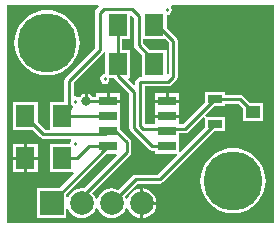
<source format=gtl>
G04*
G04 #@! TF.GenerationSoftware,Altium Limited,Altium Designer,18.0.12 (696)*
G04*
G04 Layer_Physical_Order=1*
G04 Layer_Color=255*
%FSLAX25Y25*%
%MOIN*%
G70*
G01*
G75*
%ADD10C,0.01000*%
%ADD12R,0.06299X0.07480*%
%ADD13R,0.05925X0.03158*%
%ADD14R,0.04724X0.03937*%
%ADD15R,0.04724X0.02756*%
%ADD24R,0.07874X0.07874*%
%ADD25C,0.07874*%
%ADD26C,0.19685*%
%ADD27C,0.03150*%
G36*
X192471Y161571D02*
Y151090D01*
X192449Y151075D01*
X191949Y151343D01*
Y159134D01*
X186222D01*
X184029Y161326D01*
Y162760D01*
X191282D01*
X192471Y161571D01*
D02*
G37*
G36*
X180971Y169867D02*
Y160693D01*
X181087Y160108D01*
X181419Y159611D01*
X183650Y157380D01*
Y149982D01*
X182953D01*
X182368Y149866D01*
X181871Y149534D01*
X181540Y149038D01*
X181423Y148453D01*
Y147424D01*
X180961Y147233D01*
X179003Y149192D01*
X179194Y149653D01*
X179744D01*
Y159134D01*
X177029D01*
Y162760D01*
X179650D01*
Y170534D01*
X180112Y170726D01*
X180971Y169867D01*
D02*
G37*
G36*
X227471Y101529D02*
X138529D01*
Y173971D01*
X169089D01*
X169297Y173471D01*
X168419Y172592D01*
X168087Y172096D01*
X167971Y171511D01*
Y159634D01*
X158249Y149912D01*
X157918Y149416D01*
X157801Y148831D01*
Y141740D01*
X152850D01*
Y132529D01*
X151429D01*
X148945Y135013D01*
Y141740D01*
X140646D01*
Y132260D01*
X147373D01*
X149714Y129919D01*
X150210Y129587D01*
X150795Y129471D01*
X159829D01*
X160096Y128971D01*
X159918Y128703D01*
X159801Y128118D01*
Y127740D01*
X152850D01*
Y118260D01*
X160724D01*
X160932Y117760D01*
X156109Y112937D01*
X148563D01*
Y103063D01*
X158437D01*
Y106016D01*
X158937Y106115D01*
X159187Y105510D01*
X159979Y104479D01*
X161010Y103688D01*
X162211Y103190D01*
X163500Y103020D01*
X164789Y103190D01*
X165990Y103688D01*
X167021Y104479D01*
X167813Y105510D01*
X168229Y106517D01*
X168771D01*
X169187Y105510D01*
X169979Y104479D01*
X171010Y103688D01*
X172211Y103190D01*
X173500Y103020D01*
X174789Y103190D01*
X175990Y103688D01*
X177021Y104479D01*
X177813Y105510D01*
X178229Y106517D01*
X178771D01*
X179188Y105510D01*
X179979Y104479D01*
X181010Y103688D01*
X182211Y103190D01*
X183000Y103086D01*
Y108000D01*
Y112914D01*
X182211Y112810D01*
X181010Y112312D01*
X179979Y111521D01*
X179188Y110490D01*
X178771Y109483D01*
X178229D01*
X177912Y110249D01*
X182133Y114471D01*
X189535D01*
X190121Y114587D01*
X190617Y114919D01*
X207686Y131988D01*
X211264D01*
Y136744D01*
X204882D01*
X204675Y137244D01*
X207686Y140256D01*
X211264D01*
Y141104D01*
X215733D01*
X217138Y139699D01*
Y135531D01*
X223862D01*
Y141469D01*
X219694D01*
X217448Y143715D01*
X216951Y144047D01*
X216366Y144163D01*
X211264D01*
Y145012D01*
X204539D01*
Y141435D01*
X197467Y134362D01*
X195963D01*
Y136500D01*
X192000D01*
X188037D01*
Y134362D01*
X184634D01*
X184482Y134514D01*
Y146923D01*
X192453D01*
X193038Y147040D01*
X193534Y147371D01*
X195081Y148919D01*
X195413Y149415D01*
X195529Y150000D01*
Y162205D01*
X195413Y162790D01*
X195081Y163286D01*
X191854Y166513D01*
Y170546D01*
X192035Y170695D01*
X192621Y170811D01*
X193117Y171143D01*
X193448Y171639D01*
X193565Y172224D01*
Y172618D01*
X193448Y173203D01*
X193270Y173471D01*
X193537Y173971D01*
X227471D01*
Y101529D01*
D02*
G37*
G36*
X204539Y136402D02*
Y133167D01*
X196424Y125052D01*
X195963Y125243D01*
Y129421D01*
Y131304D01*
X198101D01*
X198686Y131420D01*
X199182Y131752D01*
X204039Y136609D01*
X204539Y136402D01*
D02*
G37*
G36*
X175296Y123959D02*
X164222Y112885D01*
X163500Y112980D01*
X162211Y112810D01*
X161010Y112312D01*
X159979Y111521D01*
X159187Y110490D01*
X158937Y109885D01*
X158437Y109984D01*
Y110940D01*
X171919Y124421D01*
X175105D01*
X175296Y123959D01*
D02*
G37*
G36*
X171445Y158526D02*
Y151347D01*
X171264Y151199D01*
X170678Y151082D01*
X170182Y150751D01*
X169851Y150255D01*
X169734Y149669D01*
Y149276D01*
X169851Y148690D01*
X170182Y148194D01*
X170678Y147863D01*
X171264Y147746D01*
X171849Y147863D01*
X172345Y148194D01*
X172677Y148690D01*
X172793Y149276D01*
Y149653D01*
X174314D01*
X174513Y149356D01*
X179423Y144445D01*
Y133052D01*
X179540Y132467D01*
X179871Y131971D01*
X185923Y125919D01*
X186419Y125587D01*
X187005Y125471D01*
X188037D01*
Y124421D01*
X195141D01*
X195332Y123959D01*
X188902Y117529D01*
X181500D01*
X180915Y117413D01*
X180419Y117081D01*
X175749Y112412D01*
X174789Y112810D01*
X173500Y112980D01*
X172211Y112810D01*
X171010Y112312D01*
X169979Y111521D01*
X169187Y110490D01*
X168771Y109483D01*
X168229D01*
X167813Y110490D01*
X167092Y111429D01*
X179581Y123919D01*
X179913Y124415D01*
X180029Y125000D01*
Y128333D01*
X179913Y128918D01*
X179581Y129414D01*
X176297Y132699D01*
Y134421D01*
Y139421D01*
Y141500D01*
X172335D01*
Y142000D01*
X171835D01*
Y144579D01*
X168372D01*
Y143529D01*
X167072D01*
X166836Y143836D01*
X166298Y144249D01*
X165672Y144509D01*
X165500Y144531D01*
Y142000D01*
X164500D01*
Y144531D01*
X164328Y144509D01*
X163701Y144249D01*
X163164Y143836D01*
X162856Y143435D01*
X162612Y143306D01*
X162222Y143327D01*
X161916Y143531D01*
X161331Y143648D01*
X161247Y143631D01*
X160860Y143948D01*
Y148197D01*
X170581Y157919D01*
X170913Y158415D01*
X170945Y158575D01*
X171445Y158526D01*
D02*
G37*
%LPC*%
G36*
X152000Y172376D02*
X150299Y172242D01*
X148639Y171844D01*
X147062Y171191D01*
X145607Y170299D01*
X144309Y169191D01*
X143201Y167893D01*
X142309Y166438D01*
X141656Y164861D01*
X141258Y163201D01*
X141124Y161500D01*
X141258Y159799D01*
X141656Y158139D01*
X142309Y156562D01*
X143201Y155107D01*
X144309Y153809D01*
X145607Y152701D01*
X147062Y151809D01*
X148639Y151156D01*
X150299Y150758D01*
X152000Y150624D01*
X153701Y150758D01*
X155361Y151156D01*
X156938Y151809D01*
X158393Y152701D01*
X159690Y153809D01*
X160799Y155107D01*
X161691Y156562D01*
X162344Y158139D01*
X162742Y159799D01*
X162876Y161500D01*
X162742Y163201D01*
X162344Y164861D01*
X161691Y166438D01*
X160799Y167893D01*
X159690Y169191D01*
X158393Y170299D01*
X156938Y171191D01*
X155361Y171844D01*
X153701Y172242D01*
X152000Y172376D01*
D02*
G37*
G36*
X195963Y144579D02*
X192500D01*
Y142500D01*
X195963D01*
Y144579D01*
D02*
G37*
G36*
X191500D02*
X188037D01*
Y142500D01*
X191500D01*
Y144579D01*
D02*
G37*
G36*
X195963Y141500D02*
X192000D01*
X188037D01*
Y139421D01*
Y137500D01*
X192000D01*
X195963D01*
Y139421D01*
Y141500D01*
D02*
G37*
G36*
X148945Y127740D02*
X145295D01*
Y123500D01*
X148945D01*
Y127740D01*
D02*
G37*
G36*
X144295D02*
X140646D01*
Y123500D01*
X144295D01*
Y127740D01*
D02*
G37*
G36*
X148945Y122500D02*
X145295D01*
Y118260D01*
X148945D01*
Y122500D01*
D02*
G37*
G36*
X144295D02*
X140646D01*
Y118260D01*
X144295D01*
Y122500D01*
D02*
G37*
G36*
X184000Y112914D02*
Y108500D01*
X188414D01*
X188310Y109289D01*
X187812Y110490D01*
X187021Y111521D01*
X185990Y112312D01*
X184789Y112810D01*
X184000Y112914D01*
D02*
G37*
G36*
X214000Y126376D02*
X212299Y126242D01*
X210639Y125844D01*
X209062Y125191D01*
X207607Y124299D01*
X206310Y123190D01*
X205201Y121893D01*
X204309Y120438D01*
X203656Y118861D01*
X203258Y117201D01*
X203124Y115500D01*
X203258Y113799D01*
X203656Y112139D01*
X204309Y110562D01*
X205201Y109107D01*
X206310Y107809D01*
X207607Y106701D01*
X209062Y105809D01*
X210639Y105156D01*
X212299Y104758D01*
X214000Y104624D01*
X215701Y104758D01*
X217361Y105156D01*
X218938Y105809D01*
X220393Y106701D01*
X221691Y107809D01*
X222799Y109107D01*
X223691Y110562D01*
X224344Y112139D01*
X224742Y113799D01*
X224876Y115500D01*
X224742Y117201D01*
X224344Y118861D01*
X223691Y120438D01*
X222799Y121893D01*
X221691Y123190D01*
X220393Y124299D01*
X218938Y125191D01*
X217361Y125844D01*
X215701Y126242D01*
X214000Y126376D01*
D02*
G37*
G36*
X188414Y107500D02*
X184000D01*
Y103086D01*
X184789Y103190D01*
X185990Y103688D01*
X187021Y104479D01*
X187812Y105510D01*
X188310Y106711D01*
X188414Y107500D01*
D02*
G37*
G36*
X176297Y144579D02*
X172835D01*
Y142500D01*
X176297D01*
Y144579D01*
D02*
G37*
%LPD*%
D10*
X173500Y108000D02*
X181500Y116000D01*
X189535D01*
X207902Y134366D01*
X163500Y108000D02*
Y110000D01*
X178500Y125000D01*
Y128333D01*
X153500Y108000D02*
Y108165D01*
X172335Y127000D01*
X174000Y132833D02*
X178500Y128333D01*
X159331Y140896D02*
X160113Y140113D01*
X169500Y159000D02*
Y171511D01*
X159331Y148831D02*
X169500Y159000D01*
X159331Y140896D02*
Y148831D01*
X165000Y142000D02*
X172335D01*
X170850Y172862D02*
X180150D01*
X169500Y171511D02*
X170850Y172862D01*
X187005Y127000D02*
X192000D01*
X180953Y133052D02*
X187005Y127000D01*
X157000Y123000D02*
X162000D01*
X166000Y127000D01*
X172335D01*
X171335Y131000D02*
X172335Y132000D01*
X150795Y131000D02*
X171335D01*
X144795Y137000D02*
X150795Y131000D01*
X175500Y155488D02*
X175594Y155394D01*
X175500Y155488D02*
Y168500D01*
X187705D02*
X194000Y162205D01*
Y150000D02*
Y162205D01*
X192453Y148453D02*
X194000Y150000D01*
X182953Y148453D02*
X192453D01*
X182500Y160693D02*
X187799Y155394D01*
X182500Y160693D02*
Y170500D01*
X180150Y172850D02*
X182500Y170500D01*
X180150Y172850D02*
Y172862D01*
X160113Y140113D02*
Y140113D01*
X157000Y137000D02*
X160113Y140113D01*
X157000Y137000D02*
X172335D01*
X175594Y150437D02*
Y155394D01*
Y150437D02*
X180953Y145079D01*
Y133052D02*
Y145079D01*
X171264Y149276D02*
Y149669D01*
X161331Y141724D02*
Y142118D01*
X216366Y142634D02*
X220500Y138500D01*
X207902Y142634D02*
X216366D01*
X198101Y132833D02*
X207902Y142634D01*
X182953Y133880D02*
Y148453D01*
X192035Y172224D02*
Y172618D01*
X161331Y127724D02*
Y128118D01*
X182953Y133880D02*
X184000Y132833D01*
X198101D01*
D12*
X175594Y154394D02*
D03*
X187799D02*
D03*
X157000Y137000D02*
D03*
X144795D02*
D03*
X187705Y167500D02*
D03*
X175500D02*
D03*
X157000Y123000D02*
D03*
X144795D02*
D03*
D13*
X192000Y127000D02*
D03*
Y132000D02*
D03*
Y137000D02*
D03*
Y142000D02*
D03*
X172335D02*
D03*
Y137000D02*
D03*
Y132000D02*
D03*
Y127000D02*
D03*
D14*
X220500Y138500D02*
D03*
D15*
X207902Y142634D02*
D03*
Y134366D02*
D03*
D24*
X153500Y108000D02*
D03*
D25*
X163500D02*
D03*
X173500D02*
D03*
X183500D02*
D03*
D26*
X214000Y115500D02*
D03*
X152000Y161500D02*
D03*
D27*
X165000Y142000D02*
D03*
M02*

</source>
